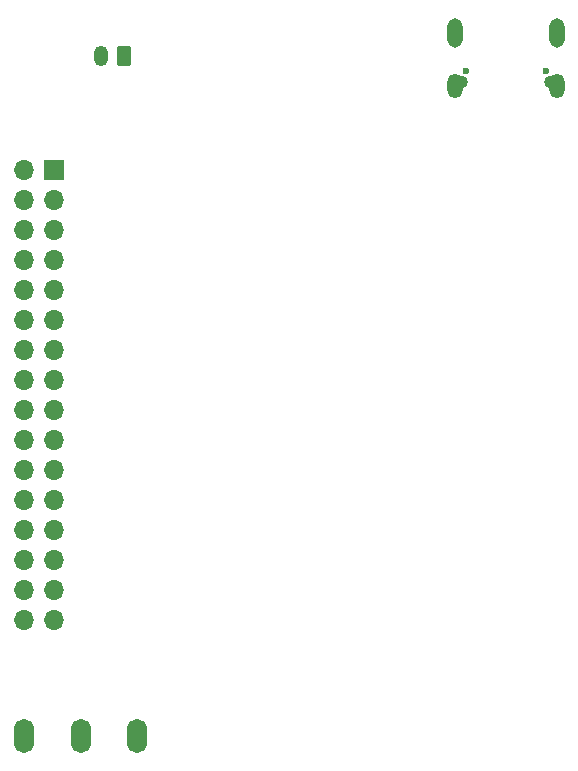
<source format=gbr>
%TF.GenerationSoftware,KiCad,Pcbnew,9.0.0*%
%TF.CreationDate,2025-03-28T15:22:39+02:00*%
%TF.ProjectId,project draft,70726f6a-6563-4742-9064-726166742e6b,rev?*%
%TF.SameCoordinates,Original*%
%TF.FileFunction,Soldermask,Bot*%
%TF.FilePolarity,Negative*%
%FSLAX46Y46*%
G04 Gerber Fmt 4.6, Leading zero omitted, Abs format (unit mm)*
G04 Created by KiCad (PCBNEW 9.0.0) date 2025-03-28 15:22:39*
%MOMM*%
%LPD*%
G01*
G04 APERTURE LIST*
G04 Aperture macros list*
%AMRoundRect*
0 Rectangle with rounded corners*
0 $1 Rounding radius*
0 $2 $3 $4 $5 $6 $7 $8 $9 X,Y pos of 4 corners*
0 Add a 4 corners polygon primitive as box body*
4,1,4,$2,$3,$4,$5,$6,$7,$8,$9,$2,$3,0*
0 Add four circle primitives for the rounded corners*
1,1,$1+$1,$2,$3*
1,1,$1+$1,$4,$5*
1,1,$1+$1,$6,$7*
1,1,$1+$1,$8,$9*
0 Add four rect primitives between the rounded corners*
20,1,$1+$1,$2,$3,$4,$5,0*
20,1,$1+$1,$4,$5,$6,$7,0*
20,1,$1+$1,$6,$7,$8,$9,0*
20,1,$1+$1,$8,$9,$2,$3,0*%
G04 Aperture macros list end*
%ADD10C,0.600000*%
%ADD11O,1.300000X2.100000*%
%ADD12O,1.700000X1.100000*%
%ADD13O,1.300000X2.500000*%
%ADD14O,1.200000X1.750000*%
%ADD15RoundRect,0.250000X0.350000X0.625000X-0.350000X0.625000X-0.350000X-0.625000X0.350000X-0.625000X0*%
%ADD16O,1.700000X1.700000*%
%ADD17R,1.700000X1.700000*%
%ADD18O,1.700000X2.900000*%
G04 APERTURE END LIST*
D10*
%TO.C,USBC2*%
X177720000Y-68699900D03*
X170920000Y-68699900D03*
D11*
X178640000Y-70049900D03*
X170000000Y-70049900D03*
D12*
X170219900Y-69649800D03*
X178420100Y-69649800D03*
D13*
X178640000Y-65500000D03*
X170000000Y-65500000D03*
%TD*%
D14*
%TO.C,J1*%
X140000000Y-67500000D03*
D15*
X142000000Y-67500000D03*
%TD*%
D16*
%TO.C,J2*%
X133500000Y-115260000D03*
X136040000Y-115260000D03*
X133500000Y-112720000D03*
X136040000Y-112720000D03*
X133500000Y-110180000D03*
X136040000Y-110180000D03*
X133500000Y-107640000D03*
X136040000Y-107640000D03*
X133500000Y-105100000D03*
X136040000Y-105100000D03*
X133500000Y-102560000D03*
X136040000Y-102560000D03*
X133500000Y-100020000D03*
X136040000Y-100020000D03*
X133500000Y-97480000D03*
X136040000Y-97480000D03*
X133500000Y-94940000D03*
X136040000Y-94940000D03*
X133500000Y-92400000D03*
X136040000Y-92400000D03*
X133500000Y-89860000D03*
X136040000Y-89860000D03*
X133500000Y-87320000D03*
X136040000Y-87320000D03*
X133500000Y-84780000D03*
X136040000Y-84780000D03*
X133500000Y-82240000D03*
X136040000Y-82240000D03*
X133500000Y-79700000D03*
X136040000Y-79700000D03*
X133500000Y-77160000D03*
D17*
X136040000Y-77160000D03*
%TD*%
D18*
%TO.C,U12*%
X133500000Y-125000000D03*
X138300100Y-125000000D03*
X143100000Y-125000000D03*
%TD*%
M02*

</source>
